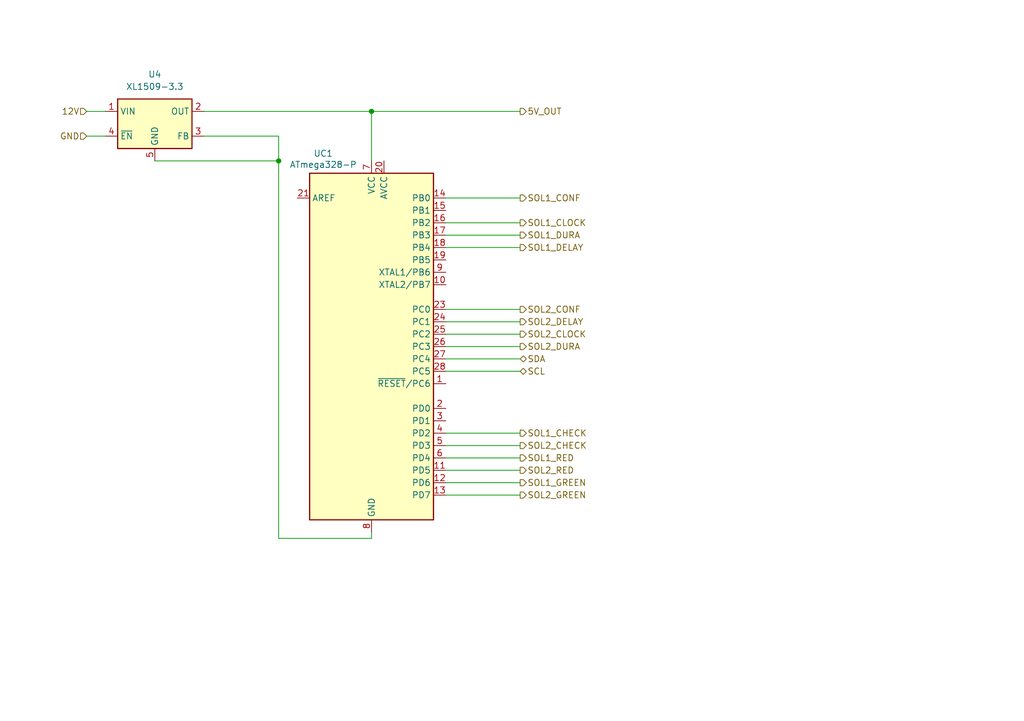
<source format=kicad_sch>
(kicad_sch (version 20231120) (generator "eeschema") (generator_version "8.0")
  (paper "A5")
  (lib_symbols
    (symbol "MCU_Microchip_ATmega:ATmega328-P"
      (property "Reference" "U" (at -12.7 36.83 0))
      (property "Value" "ATmega328-P" (at 2.54 -36.83 0))
      (symbol "ATmega328-P_0_1"
        (rectangle (start -12.7 -35.56) (end 12.7 35.56) (stroke (width 0.254)) (fill (type background)))
      )
      (symbol "ATmega328-P_1_1"
        (pin bidirectional line (at 15.24 -7.62 180) (length 2.54) (name "~{RESET}/PC6") (number "1"))
        (pin bidirectional line (at 15.24 12.7 180) (length 2.54) (name "XTAL2/PB7") (number "10"))
        (pin bidirectional line (at 15.24 -25.4 180) (length 2.54) (name "PD5") (number "11"))
        (pin bidirectional line (at 15.24 -27.94 180) (length 2.54) (name "PD6") (number "12"))
        (pin bidirectional line (at 15.24 -30.48 180) (length 2.54) (name "PD7") (number "13"))
        (pin bidirectional line (at 15.24 30.48 180) (length 2.54) (name "PB0") (number "14"))
        (pin bidirectional line (at 15.24 27.94 180) (length 2.54) (name "PB1") (number "15"))
        (pin bidirectional line (at 15.24 25.4 180) (length 2.54) (name "PB2") (number "16"))
        (pin bidirectional line (at 15.24 22.86 180) (length 2.54) (name "PB3") (number "17"))
        (pin bidirectional line (at 15.24 20.32 180) (length 2.54) (name "PB4") (number "18"))
        (pin bidirectional line (at 15.24 17.78 180) (length 2.54) (name "PB5") (number "19"))
        (pin bidirectional line (at 15.24 -12.7 180) (length 2.54) (name "PD0") (number "2"))
        (pin power_in line (at 2.54 38.1 270) (length 2.54) (name "AVCC") (number "20"))
        (pin passive line (at -15.24 30.48 0) (length 2.54) (name "AREF") (number "21"))
        (pin passive line (at 0 -38.1 90) (length 2.54) hide (name "GND") (number "22"))
        (pin bidirectional line (at 15.24 7.62 180) (length 2.54) (name "PC0") (number "23"))
        (pin bidirectional line (at 15.24 5.08 180) (length 2.54) (name "PC1") (number "24"))
        (pin bidirectional line (at 15.24 2.54 180) (length 2.54) (name "PC2") (number "25"))
        (pin bidirectional line (at 15.24 0 180) (length 2.54) (name "PC3") (number "26"))
        (pin bidirectional line (at 15.24 -2.54 180) (length 2.54) (name "PC4") (number "27"))
        (pin bidirectional line (at 15.24 -5.08 180) (length 2.54) (name "PC5") (number "28"))
        (pin bidirectional line (at 15.24 -15.24 180) (length 2.54) (name "PD1") (number "3"))
        (pin bidirectional line (at 15.24 -17.78 180) (length 2.54) (name "PD2") (number "4"))
        (pin bidirectional line (at 15.24 -20.32 180) (length 2.54) (name "PD3") (number "5"))
        (pin bidirectional line (at 15.24 -22.86 180) (length 2.54) (name "PD4") (number "6"))
        (pin power_in line (at 0 38.1 270) (length 2.54) (name "VCC") (number "7"))
        (pin power_in line (at 0 -38.1 90) (length 2.54) (name "GND") (number "8"))
        (pin bidirectional line (at 15.24 15.24 180) (length 2.54) (name "XTAL1/PB6") (number "9"))
      )
    )
    (symbol "Regulator_Switching:XL1509-3.3"
      (property "Reference" "U" (at -7.112 6.096 0))
      (property "Value" "XL1509-3.3" (at 5.842 6.096 0))
      (symbol "XL1509-3.3_0_1"
        (rectangle (start -7.62 5.08) (end 7.62 -5.08) (stroke (width 0.254)) (fill (type background)))
      )
      (symbol "XL1509-3.3_1_1"
        (pin power_in line (at -10.16 2.54 0) (length 2.54) (name "VIN") (number "1"))
        (pin power_out line (at 10.16 2.54 180) (length 2.54) (name "OUT") (number "2"))
        (pin input line (at 10.16 -2.54 180) (length 2.54) (name "FB") (number "3"))
        (pin input line (at -10.16 -2.54 0) (length 2.54) (name "~{EN}") (number "4"))
        (pin power_in line (at 0 -7.62 90) (length 2.54) (name "GND") (number "5"))
        (pin passive line (at 0 -7.62 90) (length 2.54) hide (name "GND") (number "6"))
        (pin passive line (at 0 -7.62 90) (length 2.54) hide (name "GND") (number "7"))
        (pin passive line (at 0 -7.62 90) (length 2.54) hide (name "GND") (number "8"))
      )
    )
  )
  (junction (at 76.2 22.86))
  (junction (at 57.15 33.02))
  (wire (pts (xy 91.44 66.04) (xy 106.68 66.04)))
  (wire (pts (xy 41.91 22.86) (xy 76.2 22.86)))
  (wire (pts (xy 76.2 110.49) (xy 76.2 109.22)))
  (wire (pts (xy 91.44 45.72) (xy 106.68 45.72)))
  (wire (pts (xy 91.44 91.44) (xy 106.68 91.44)))
  (wire (pts (xy 91.44 76.2) (xy 106.68 76.2)))
  (wire (pts (xy 91.44 99.06) (xy 106.68 99.06)))
  (wire (pts (xy 57.15 110.49) (xy 76.2 110.49)))
  (wire (pts (xy 17.78 22.86) (xy 21.59 22.86)))
  (wire (pts (xy 76.2 22.86) (xy 106.68 22.86)))
  (wire (pts (xy 91.44 48.26) (xy 106.68 48.26)))
  (wire (pts (xy 57.15 33.02) (xy 57.15 110.49)))
  (wire (pts (xy 91.44 88.9) (xy 106.68 88.9)))
  (wire (pts (xy 31.75 33.02) (xy 57.15 33.02)))
  (wire (pts (xy 91.44 50.8) (xy 106.68 50.8)))
  (wire (pts (xy 57.15 27.94) (xy 57.15 33.02)))
  (wire (pts (xy 91.44 73.66) (xy 106.68 73.66)))
  (wire (pts (xy 91.44 71.12) (xy 106.68 71.12)))
  (wire (pts (xy 91.44 63.5) (xy 106.68 63.5)))
  (wire (pts (xy 41.91 27.94) (xy 57.15 27.94)))
  (wire (pts (xy 91.44 93.98) (xy 106.68 93.98)))
  (wire (pts (xy 91.44 40.64) (xy 106.68 40.64)))
  (wire (pts (xy 76.2 22.86) (xy 76.2 33.02)))
  (wire (pts (xy 91.44 101.6) (xy 106.68 101.6)))
  (wire (pts (xy 91.44 96.52) (xy 106.68 96.52)))
  (wire (pts (xy 17.78 27.94) (xy 21.59 27.94)))
  (wire (pts (xy 91.44 68.58) (xy 106.68 68.58)))
  (hierarchical_label "SOL1_DURA" (shape output) (at 106.68 48.26 0))
  (hierarchical_label "SOL2_CLOCK" (shape output) (at 106.68 68.58 0))
  (hierarchical_label "SOL1_GREEN" (shape output) (at 106.68 99.06 0))
  (hierarchical_label "SOL1_DELAY" (shape output) (at 106.68 50.8 0))
  (hierarchical_label "GND" (shape input) (at 17.78 27.94 180))
  (hierarchical_label "SOL2_RED" (shape output) (at 106.68 96.52 0))
  (hierarchical_label "SCL" (shape bidirectional) (at 106.68 76.2 0))
  (hierarchical_label "12V" (shape input) (at 17.78 22.86 180))
  (hierarchical_label "SOL2_DURA" (shape output) (at 106.68 71.12 0))
  (hierarchical_label "SOL1_CHECK" (shape output) (at 106.68 88.9 0))
  (hierarchical_label "SOL1_CLOCK" (shape output) (at 106.68 45.72 0))
  (hierarchical_label "SOL2_CHECK" (shape output) (at 106.68 91.44 0))
  (hierarchical_label "SOL2_DELAY" (shape output) (at 106.68 66.04 0))
  (hierarchical_label "SOL1_RED" (shape output) (at 106.68 93.98 0))
  (hierarchical_label "SOL2_GREEN" (shape output) (at 106.68 101.6 0))
  (hierarchical_label "SDA" (shape bidirectional) (at 106.68 73.66 0))
  (hierarchical_label "5V_OUT" (shape output) (at 106.68 22.86 0))
  (hierarchical_label "SOL1_CONF" (shape output) (at 106.68 40.64 0))
  (hierarchical_label "SOL2_CONF" (shape output) (at 106.68 63.5 0))
  (symbol (lib_id "Regulator_Switching:XL1509-3.3") (at 31.75 25.4 0) (unit 1)
    (property "Reference" "U4" (at 31.75 15.24 0))
    (property "Value" "XL1509-3.3" (at 31.75 17.78 0))
    (property "Footprint" "Package_SO:SOIC-8_3.9x4.9mm_P1.27mm" (effects (hide yes)))
    (property "Datasheet" "https://datasheet.lcsc.com/lcsc/1809050422_XLSEMI-XL1509-5-0E1_C61063.pdf" (effects (hide yes)))
    (property "Description" "Buck DC/DC Converter, 2A, 3.3V Output Voltage, 4.5-40V Input Voltage" (effects (hide yes)))
  )
  (symbol (lib_id "MCU_Microchip_ATmega:ATmega328-P") (at 76.2 71.12 0) (unit 1)
    (property "Reference" "UC1" (at 66.294 31.496 0))
    (property "Value" "ATmega328-P" (at 66.294 33.782 0))
    (property "Footprint" "Package_DIP:DIP-28_W7.62mm" (effects (hide yes)))
    (property "Datasheet" "http://ww1.microchip.com/downloads/en/DeviceDoc/ATmega328_P%20AVR%20MCU%20with%20picoPower%20Technology%20Data%20Sheet%2040001984A.pdf" (effects (hide yes)))
    (property "Description" "20MHz, 32kB Flash, 2kB SRAM, 1kB EEPROM, DIP-28" (effects (hide yes)))
  )
)
</source>
